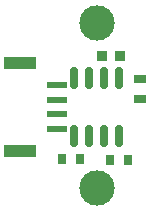
<source format=gts>
G04*
G04 #@! TF.GenerationSoftware,Altium Limited,Altium Designer,24.4.1 (13)*
G04*
G04 Layer_Color=8388736*
%FSLAX44Y44*%
%MOMM*%
G71*
G04*
G04 #@! TF.SameCoordinates,86602617-A544-4118-9BD9-6EC9FA3B74FD*
G04*
G04*
G04 #@! TF.FilePolarity,Negative*
G04*
G01*
G75*
%ADD16R,0.7000X0.9000*%
G04:AMPARAMS|DCode=17|XSize=1.9mm|YSize=0.6mm|CornerRadius=0.15mm|HoleSize=0mm|Usage=FLASHONLY|Rotation=90.000|XOffset=0mm|YOffset=0mm|HoleType=Round|Shape=RoundedRectangle|*
%AMROUNDEDRECTD17*
21,1,1.9000,0.3000,0,0,90.0*
21,1,1.6000,0.6000,0,0,90.0*
1,1,0.3000,0.1500,0.8000*
1,1,0.3000,0.1500,-0.8000*
1,1,0.3000,-0.1500,-0.8000*
1,1,0.3000,-0.1500,0.8000*
%
%ADD17ROUNDEDRECTD17*%
%ADD18R,1.0000X0.8000*%
%ADD19R,0.8900X0.9300*%
%ADD20R,2.7000X1.0000*%
%ADD21R,1.7000X0.6000*%
%ADD22C,3.0000*%
D16*
X311250Y14000D02*
D03*
X296250D02*
D03*
X255500Y14500D02*
D03*
X270500D02*
D03*
D17*
X303550Y33950D02*
D03*
X290850D02*
D03*
X278150D02*
D03*
X265450D02*
D03*
Y83050D02*
D03*
X278150D02*
D03*
X290850D02*
D03*
X303550D02*
D03*
D18*
X321000Y82250D02*
D03*
Y65250D02*
D03*
D19*
X304200Y101750D02*
D03*
X288800D02*
D03*
D20*
X219250Y96000D02*
D03*
Y21500D02*
D03*
D21*
X251250Y65000D02*
D03*
Y77500D02*
D03*
Y52500D02*
D03*
Y40000D02*
D03*
D22*
X285000Y130000D02*
D03*
Y-10000D02*
D03*
M02*

</source>
